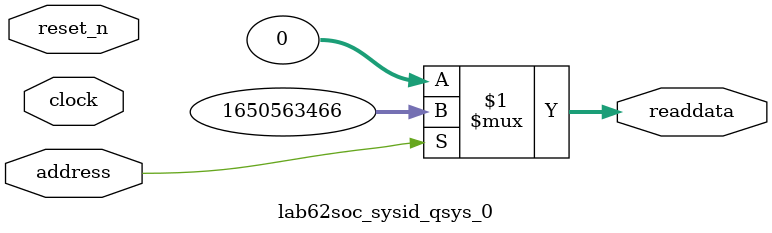
<source format=v>



// synthesis translate_off
`timescale 1ns / 1ps
// synthesis translate_on

// turn off superfluous verilog processor warnings 
// altera message_level Level1 
// altera message_off 10034 10035 10036 10037 10230 10240 10030 

module lab62soc_sysid_qsys_0 (
               // inputs:
                address,
                clock,
                reset_n,

               // outputs:
                readdata
             )
;

  output  [ 31: 0] readdata;
  input            address;
  input            clock;
  input            reset_n;

  wire    [ 31: 0] readdata;
  //control_slave, which is an e_avalon_slave
  assign readdata = address ? 1650563466 : 0;

endmodule



</source>
